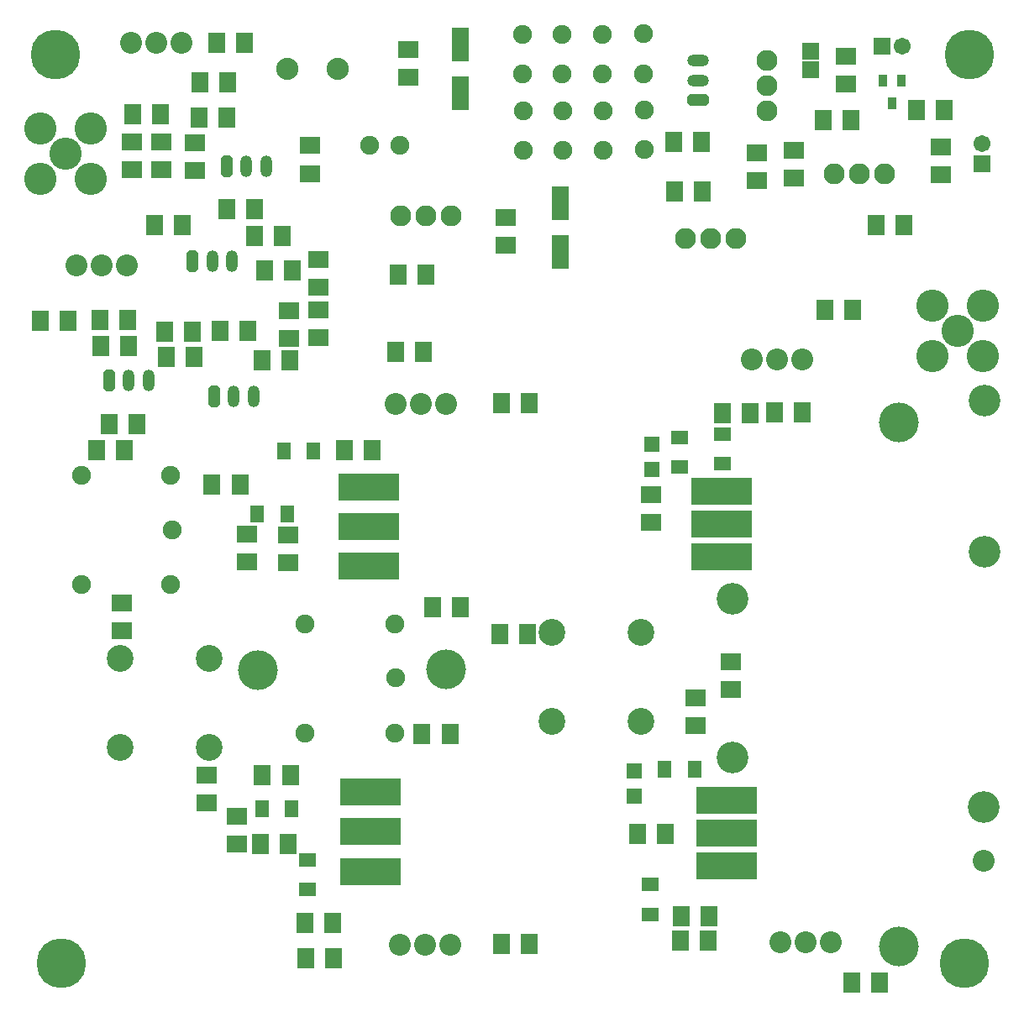
<source format=gbr>
G04 DipTrace 3.3.1.1*
G04 TopMask.gbr*
%MOIN*%
G04 #@! TF.FileFunction,Soldermask,Top*
G04 #@! TF.Part,Single*
%AMOUTLINE1*
4,1,8,
-0.023685,-0.031184,
-0.011499,-0.04337,
0.011499,-0.04337,
0.023685,-0.031184,
0.023685,0.031184,
0.011499,0.04337,
-0.011499,0.04337,
-0.023685,0.031184,
-0.023685,-0.031184,
0*%
%AMOUTLINE4*
4,1,8,
0.031184,-0.023685,
0.04337,-0.011499,
0.04337,0.011499,
0.031184,0.023685,
-0.031184,0.023685,
-0.04337,0.011499,
-0.04337,-0.011499,
-0.031184,-0.023685,
0.031184,-0.023685,
0*%
%ADD29R,0.059055X0.059055*%
%ADD49C,0.15748*%
%ADD50C,0.19685*%
%ADD58C,0.08674*%
%ADD60O,0.08674X0.04737*%
%ADD62C,0.082803*%
%ADD64R,0.033591X0.049339*%
%ADD66O,0.04737X0.08674*%
%ADD68C,0.106425*%
%ADD70R,0.24422X0.106425*%
%ADD72C,0.12611*%
%ADD74R,0.070992X0.055244*%
%ADD76R,0.055244X0.070992*%
%ADD78C,0.074929*%
%ADD80C,0.088*%
%ADD82C,0.067055*%
%ADD84R,0.067055X0.067055*%
%ADD86C,0.08674*%
%ADD88C,0.128*%
%ADD90R,0.070992X0.132016*%
%ADD92R,0.070992X0.078866*%
%ADD94R,0.078866X0.070992*%
%ADD103OUTLINE1*%
%ADD106OUTLINE4*%
%FSLAX26Y26*%
G04*
G70*
G90*
G75*
G01*
G04 TopMask*
%LPD*%
D94*
X1103199Y3822227D3*
Y3711991D3*
D92*
X1339160Y3559132D3*
X1228924D3*
D94*
X1475169Y3157104D3*
Y3046867D3*
D92*
X836601Y3118003D3*
X726365D3*
X598668Y3116119D3*
X488432D3*
X1312610Y3076371D3*
X1202374D3*
X1092453Y3071311D3*
X982217D3*
X821551Y2603009D3*
X711315D3*
X1908001Y3298173D3*
X2018238D3*
D94*
X2336211Y3527260D3*
Y3417024D3*
D90*
X2552525Y3582123D3*
Y3389210D3*
D94*
X3684021Y4056682D3*
Y4166919D3*
D92*
X2008173Y2992425D3*
X1897937D3*
X1540364Y586604D3*
X1650600D3*
X1280109Y2465066D3*
X1169873D3*
D94*
X810361Y1887094D3*
Y1997331D3*
X1148274Y1311770D3*
Y1201534D3*
D92*
X1370008Y1312820D3*
X1480244D3*
X1360703Y1038699D3*
X1470940D3*
D94*
X1471665Y2154916D3*
Y2265152D3*
D92*
X2318870Y641610D3*
X2429106D3*
X2318711Y2788990D3*
X2428948D3*
X3707400Y488035D3*
X3817636D3*
X3602601Y3159388D3*
X3712837D3*
X3400178Y2753585D3*
X3510415D3*
D94*
X2911320Y2315238D3*
Y2425474D3*
D92*
X2156715Y1978043D3*
X2046479D3*
X2420647Y1871749D3*
X2310411D3*
D94*
X3228646Y1653843D3*
Y1764079D3*
X3087227Y1619731D3*
Y1509495D3*
D92*
X2003192Y1474260D3*
X2113428D3*
X2967014Y1080387D3*
X2856778D3*
X3137785Y655677D3*
X3027549D3*
D94*
X1948256Y4192584D3*
Y4082348D3*
D90*
X2156333Y4212270D3*
Y4019357D3*
D92*
X3805567Y3496760D3*
X3915803D3*
D49*
X3896723Y2713566D3*
Y633490D3*
X1352727Y1730448D3*
X2097967Y1731396D3*
D50*
X571165Y565052D3*
X4156257Y565123D3*
X4174606Y4172951D3*
X549282Y4173214D3*
D88*
X689234Y3878016D3*
Y3678016D3*
X489234D3*
Y3878016D3*
X589234Y3778016D3*
D86*
X1049836Y4220201D3*
X949836D3*
X849836D3*
D88*
X4228361Y3176285D3*
Y2976285D3*
X4028361D3*
Y3176285D3*
X4128361Y3076285D3*
D84*
X4225362Y3740047D3*
D82*
Y3818787D3*
D86*
X4233227Y973825D3*
D84*
X3829497Y4207248D3*
D82*
X3908238D3*
D80*
X1467971Y4115406D3*
X1667971D3*
D94*
X1591259Y3360711D3*
Y3250475D3*
D78*
X1795345Y3811322D3*
X1913455D3*
D76*
X1455295Y2598541D3*
X1573406D3*
X1349807Y2349718D3*
X1467917D3*
D74*
X1549425Y975961D3*
Y857850D3*
D76*
X1368255Y1177689D3*
X1486365D3*
D74*
X3193508Y2548127D3*
Y2666238D3*
X3025442Y2535003D3*
Y2653113D3*
D76*
X2965458Y1334285D3*
X3083568D3*
D74*
X2906987Y878322D3*
Y760211D3*
D72*
X3234341Y2013869D3*
D78*
X1893753Y1480370D3*
D72*
X3234341Y1383948D3*
X4234042Y2197975D3*
X4233283Y1187226D3*
D70*
X3191066Y2440558D3*
Y2309552D3*
Y2178549D3*
X3211829Y1213572D3*
Y1082568D3*
Y951563D3*
X1790343Y2455913D3*
Y2298433D3*
D78*
X2883307Y4254942D3*
X2405189Y3950476D3*
X2883307Y4097462D3*
X2405189Y3792996D3*
X1893753Y1913441D3*
X1539423Y1480370D3*
Y1913441D3*
X1899297Y1697829D3*
X2562669Y3950476D3*
Y3792996D3*
D72*
X4233661Y2799563D3*
D68*
X805335Y1422404D3*
D70*
X1790343Y2140953D3*
X1796933Y1245472D3*
D78*
X2720150Y3950476D3*
Y3792996D3*
X2886622Y3953151D3*
Y3795671D3*
X1006151Y2068614D3*
Y2501685D3*
X651820Y2068614D3*
Y2501685D3*
X1011694Y2286073D3*
D68*
X2517140Y1525354D3*
D84*
X3545965Y4112457D3*
D78*
X2401874Y4252268D3*
Y4094787D3*
X2559354Y4252268D3*
Y4094787D3*
X2716835Y4252268D3*
Y4094787D3*
D68*
X2871471Y1525354D3*
X2517140Y1879685D3*
X2871471D3*
D70*
X1796933Y1087992D3*
Y930512D3*
D68*
X1159665Y1422404D3*
X805335Y1776735D3*
X1159665D3*
D84*
X3546568Y4184198D3*
D103*
X1228544Y3727838D3*
D66*
X1306225Y3728272D3*
X1385307D3*
D103*
X1092486Y3351320D3*
D66*
X1170167Y3351753D3*
X1249250D3*
D103*
X1177059Y2814421D3*
D66*
X1254740Y2814854D3*
X1333823D3*
D103*
X760490Y2878928D3*
D66*
X838171Y2879361D3*
X917253D3*
D64*
X3906240Y4069672D3*
X3831437D3*
X3868839Y3979121D3*
D62*
X3049164Y3442850D3*
X3149164D3*
X3249164D3*
D106*
X3099802Y3991156D3*
D60*
X3099369Y4068838D3*
Y4147920D3*
D62*
X3836810Y3700038D3*
X3736810D3*
X3636810D3*
D94*
X1559677Y3810828D3*
Y3700592D3*
D92*
X1121236Y4063608D3*
X1231472D3*
X1118807Y3922202D3*
X1229043D3*
D94*
X970064Y3715726D3*
Y3825962D3*
D92*
X1051836Y3495514D3*
X941600D3*
X1337251Y3453525D3*
X1447487D3*
X1488291Y3316819D3*
X1378055D3*
D58*
X833259Y3334261D3*
X733259D3*
X633259D3*
D92*
X870571Y2705429D3*
X760335D3*
D94*
X1591526Y3158130D3*
Y3047894D3*
D92*
X1479239Y2959493D3*
X1369003D3*
X1099707Y2972954D3*
X989471D3*
X839546Y3016936D3*
X729310D3*
X1188098Y4219588D3*
X1298335D3*
X4075921Y3951438D3*
X3965685D3*
X3703802Y3912617D3*
X3593566D3*
D58*
X2096996Y2785197D3*
X1996996D3*
X1896996D3*
D92*
X1696056Y2602705D3*
X1806293D3*
D58*
X2113693Y638765D3*
X2013693D3*
X1913693D3*
D92*
X1649441Y726459D3*
X1539205D3*
D94*
X1266777Y1148871D3*
Y1038635D3*
X1308965Y2270009D3*
Y2159773D3*
D58*
X3512546Y2962436D3*
X3412546D3*
X3312546D3*
D92*
X3306346Y2748516D3*
X3196110D3*
D29*
X2913690Y2526022D3*
Y2626022D3*
D58*
X3626304Y648332D3*
X3526304D3*
X3426304D3*
D92*
X3140857Y752024D3*
X3030621D3*
D29*
X2846501Y1228274D3*
Y1328274D3*
D92*
X3114014Y3627820D3*
X3003778D3*
X3113047Y3825076D3*
X3002811D3*
D94*
X3330463Y3673525D3*
Y3783761D3*
X3478896Y3682108D3*
Y3792344D3*
X4060869Y3697243D3*
Y3807479D3*
D62*
X1919201Y3531524D3*
X2019201D3*
X2119201D3*
X3371808Y4147533D3*
Y4047533D3*
Y3947533D3*
D94*
X851190Y3715722D3*
Y3825958D3*
D92*
X964976Y3934490D3*
X854740D3*
M02*

</source>
